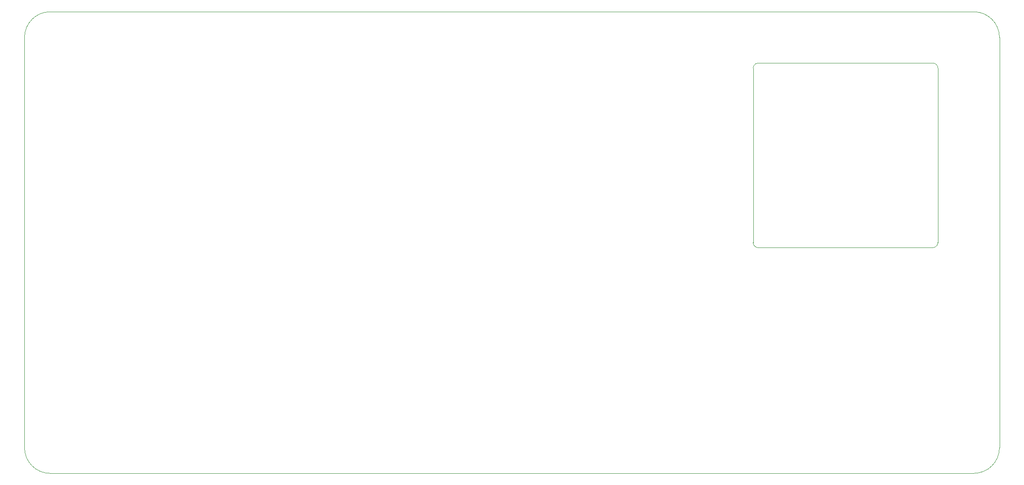
<source format=gbr>
%TF.GenerationSoftware,KiCad,Pcbnew,8.0.0-8.0.0-1~ubuntu22.04.1*%
%TF.CreationDate,2024-03-21T09:18:37+01:00*%
%TF.ProjectId,uC_TP_Boussole_mb,75435f54-505f-4426-9f75-73736f6c655f,rev?*%
%TF.SameCoordinates,Original*%
%TF.FileFunction,Profile,NP*%
%FSLAX46Y46*%
G04 Gerber Fmt 4.6, Leading zero omitted, Abs format (unit mm)*
G04 Created by KiCad (PCBNEW 8.0.0-8.0.0-1~ubuntu22.04.1) date 2024-03-21 09:18:37*
%MOMM*%
%LPD*%
G01*
G04 APERTURE LIST*
%TA.AperFunction,Profile*%
%ADD10C,0.050000*%
%TD*%
G04 APERTURE END LIST*
D10*
X235000000Y-50000000D02*
X55000000Y-50000000D01*
X193000000Y-96000000D02*
X227000000Y-96000000D01*
X193000000Y-96000000D02*
G75*
G02*
X192000000Y-95000000I0J1000000D01*
G01*
X50000000Y-55000000D02*
G75*
G02*
X55000000Y-50000000I5000000J0D01*
G01*
X192000000Y-61000000D02*
G75*
G02*
X193000000Y-60000000I1000000J0D01*
G01*
X228000000Y-95000000D02*
X228000000Y-61000000D01*
X240000000Y-135000000D02*
X240000000Y-55000000D01*
X227000000Y-60000000D02*
G75*
G02*
X228000000Y-61000000I0J-1000000D01*
G01*
X193000000Y-60000000D02*
X227000000Y-60000000D01*
X240000000Y-135000000D02*
G75*
G02*
X235000000Y-140000000I-5000000J0D01*
G01*
X235000000Y-50000000D02*
G75*
G02*
X240000000Y-55000000I0J-5000000D01*
G01*
X55000000Y-140000000D02*
G75*
G02*
X50000000Y-135000000I0J5000000D01*
G01*
X50000000Y-55000000D02*
X50000000Y-135000000D01*
X55000000Y-140000000D02*
X235000000Y-140000000D01*
X228000000Y-95000000D02*
G75*
G02*
X227000000Y-96000000I-1000000J0D01*
G01*
X192000000Y-95000000D02*
X192000000Y-61000000D01*
M02*

</source>
